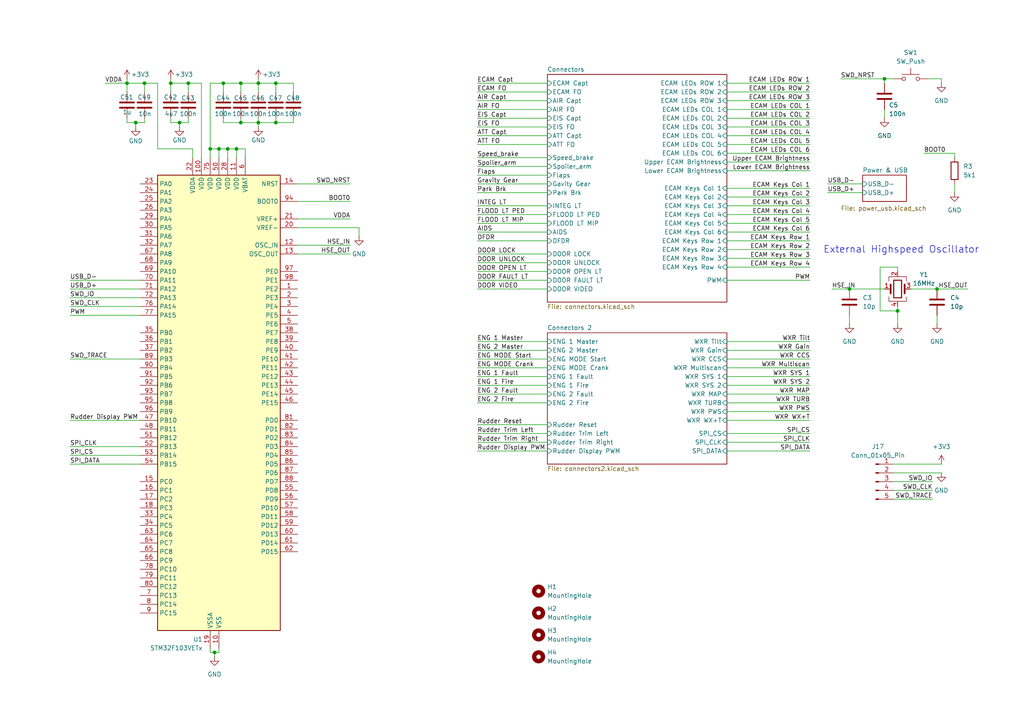
<source format=kicad_sch>
(kicad_sch (version 20231120) (generator "eeschema") (generator_version "8.0")
  (paper "A4")
  (lib_symbols
    (symbol "Connector:Conn_01x05_Pin" (pin_names (offset 1.016) hide)
      (property "Reference" "J" (at 0 7.62 0))
      (property "Value" "Conn_01x05_Pin" (at 0 -7.62 0))
      (symbol "Conn_01x05_Pin_1_1"
        (polyline (pts (xy 1.27 -5.08) (xy 0.8636 -5.08)) (stroke (width 0.1524)))
        (polyline (pts (xy 1.27 -2.54) (xy 0.8636 -2.54)) (stroke (width 0.1524)))
        (polyline (pts (xy 1.27 0) (xy 0.8636 0)) (stroke (width 0.1524)))
        (polyline (pts (xy 1.27 2.54) (xy 0.8636 2.54)) (stroke (width 0.1524)))
        (polyline (pts (xy 1.27 5.08) (xy 0.8636 5.08)) (stroke (width 0.1524)))
        (rectangle (start 0.8636 -4.953) (end 0 -5.207) (stroke (width 0.1524)) (fill (type outline)))
        (rectangle (start 0.8636 -2.413) (end 0 -2.667) (stroke (width 0.1524)) (fill (type outline)))
        (rectangle (start 0.8636 0.127) (end 0 -0.127) (stroke (width 0.1524)) (fill (type outline)))
        (rectangle (start 0.8636 2.667) (end 0 2.413) (stroke (width 0.1524)) (fill (type outline)))
        (rectangle (start 0.8636 5.207) (end 0 4.953) (stroke (width 0.1524)) (fill (type outline)))
        (pin passive line (at 5.08 5.08 180) (length 3.81) (name "Pin_1") (number "1"))
        (pin passive line (at 5.08 2.54 180) (length 3.81) (name "Pin_2") (number "2"))
        (pin passive line (at 5.08 0 180) (length 3.81) (name "Pin_3") (number "3"))
        (pin passive line (at 5.08 -2.54 180) (length 3.81) (name "Pin_4") (number "4"))
        (pin passive line (at 5.08 -5.08 180) (length 3.81) (name "Pin_5") (number "5"))
      )
    )
    (symbol "Device:C" (pin_numbers hide) (pin_names (offset 0.254))
      (property "Reference" "C" (at 0.635 2.54 0))
      (property "Value" "C" (at 0.635 -2.54 0))
      (symbol "C_0_1"
        (polyline (pts (xy -2.032 -0.762) (xy 2.032 -0.762)) (stroke (width 0.508)))
        (polyline (pts (xy -2.032 0.762) (xy 2.032 0.762)) (stroke (width 0.508)))
      )
      (symbol "C_1_1"
        (pin passive line (at 0 3.81 270) (length 2.794) (name "~") (number "1"))
        (pin passive line (at 0 -3.81 90) (length 2.794) (name "~") (number "2"))
      )
    )
    (symbol "Device:Crystal_GND24" (pin_names (offset 1.016) hide)
      (property "Reference" "Y" (at 3.175 5.08 0))
      (property "Value" "Crystal_GND24" (at 3.175 3.175 0))
      (symbol "Crystal_GND24_0_1"
        (rectangle (start -1.143 2.54) (end 1.143 -2.54) (stroke (width 0.3048)))
        (polyline (pts (xy -2.54 0) (xy -2.032 0)))
        (polyline (pts (xy -2.032 -1.27) (xy -2.032 1.27)) (stroke (width 0.508)))
        (polyline (pts (xy 0 -3.81) (xy 0 -3.556)))
        (polyline (pts (xy 0 3.556) (xy 0 3.81)))
        (polyline (pts (xy 2.032 -1.27) (xy 2.032 1.27)) (stroke (width 0.508)))
        (polyline (pts (xy 2.032 0) (xy 2.54 0)))
        (polyline (pts (xy -2.54 -2.286) (xy -2.54 -3.556) (xy 2.54 -3.556) (xy 2.54 -2.286)))
        (polyline (pts (xy -2.54 2.286) (xy -2.54 3.556) (xy 2.54 3.556) (xy 2.54 2.286)))
      )
      (symbol "Crystal_GND24_1_1"
        (pin passive line (at -3.81 0 0) (length 1.27) (name "1") (number "1"))
        (pin passive line (at 0 5.08 270) (length 1.27) (name "2") (number "2"))
        (pin passive line (at 3.81 0 180) (length 1.27) (name "3") (number "3"))
        (pin passive line (at 0 -5.08 90) (length 1.27) (name "4") (number "4"))
      )
    )
    (symbol "Device:R" (pin_numbers hide) (pin_names (offset 0))
      (property "Reference" "R" (at 2.032 0 90))
      (property "Value" "R" (at 0 0 90))
      (symbol "R_0_1"
        (rectangle (start -1.016 -2.54) (end 1.016 2.54) (stroke (width 0.254)))
      )
      (symbol "R_1_1"
        (pin passive line (at 0 3.81 270) (length 1.27) (name "~") (number "1"))
        (pin passive line (at 0 -3.81 90) (length 1.27) (name "~") (number "2"))
      )
    )
    (symbol "GND_1" (power) (pin_numbers hide) (pin_names (offset 0) hide)
      (property "Value" "GND" (at 0 -3.81 0))
      (symbol "GND_1_0_1"
        (polyline (pts (xy 0 0) (xy 0 -1.27) (xy 1.27 -1.27) (xy 0 -2.54) (xy -1.27 -1.27) (xy 0 -1.27)))
      )
      (symbol "GND_1_1_1"
        (pin power_in line (at 0 0 270) (length 0) (name "~") (number "1"))
      )
    )
    (symbol "GND_2" (power) (pin_numbers hide) (pin_names (offset 0) hide)
      (property "Value" "GND" (at 0 -3.81 0))
      (symbol "GND_2_0_1"
        (polyline (pts (xy 0 0) (xy 0 -1.27) (xy 1.27 -1.27) (xy 0 -2.54) (xy -1.27 -1.27) (xy 0 -1.27)))
      )
      (symbol "GND_2_1_1"
        (pin power_in line (at 0 0 270) (length 0) (name "~") (number "1"))
      )
    )
    (symbol "GND_4" (power) (pin_numbers hide) (pin_names (offset 0) hide)
      (property "Value" "GND" (at 0 -3.81 0))
      (symbol "GND_4_0_1"
        (polyline (pts (xy 0 0) (xy 0 -1.27) (xy 1.27 -1.27) (xy 0 -2.54) (xy -1.27 -1.27) (xy 0 -1.27)))
      )
      (symbol "GND_4_1_1"
        (pin power_in line (at 0 0 270) (length 0) (name "~") (number "1"))
      )
    )
    (symbol "MCU_ST_STM32F1:STM32F103VETx"
      (property "Reference" "U" (at -17.78 67.31 0))
      (property "Value" "STM32F103VETx" (at 10.16 67.31 0))
      (symbol "STM32F103VETx_0_1"
        (rectangle (start -17.78 -66.04) (end 17.78 66.04) (stroke (width 0.254)) (fill (type background)))
      )
      (symbol "STM32F103VETx_1_1"
        (pin bidirectional line (at -22.86 33.02 0) (length 5.08) (name "PE2") (number "1"))
        (pin power_in line (at 0 -71.12 90) (length 5.08) (name "VSS") (number "10"))
        (pin power_in line (at 5.08 71.12 270) (length 5.08) (name "VDD") (number "100"))
        (pin power_in line (at -5.08 71.12 270) (length 5.08) (name "VDD") (number "11"))
        (pin input line (at -22.86 45.72 0) (length 5.08) (name "OSC_IN") (number "12"))
        (pin input line (at -22.86 43.18 0) (length 5.08) (name "OSC_OUT") (number "13"))
        (pin input line (at -22.86 63.5 0) (length 5.08) (name "NRST") (number "14"))
        (pin bidirectional line (at 22.86 -22.86 180) (length 5.08) (name "PC0") (number "15"))
        (pin bidirectional line (at 22.86 -25.4 180) (length 5.08) (name "PC1") (number "16"))
        (pin bidirectional line (at 22.86 -27.94 180) (length 5.08) (name "PC2") (number "17"))
        (pin bidirectional line (at 22.86 -30.48 180) (length 5.08) (name "PC3") (number "18"))
        (pin power_in line (at 2.54 -71.12 90) (length 5.08) (name "VSSA") (number "19"))
        (pin bidirectional line (at -22.86 30.48 0) (length 5.08) (name "PE3") (number "2"))
        (pin input line (at -22.86 50.8 0) (length 5.08) (name "VREF-") (number "20"))
        (pin input line (at -22.86 53.34 0) (length 5.08) (name "VREF+") (number "21"))
        (pin power_in line (at 7.62 71.12 270) (length 5.08) (name "VDDA") (number "22"))
        (pin bidirectional line (at 22.86 63.5 180) (length 5.08) (name "PA0") (number "23"))
        (pin bidirectional line (at 22.86 60.96 180) (length 5.08) (name "PA1") (number "24"))
        (pin bidirectional line (at 22.86 58.42 180) (length 5.08) (name "PA2") (number "25"))
        (pin bidirectional line (at 22.86 55.88 180) (length 5.08) (name "PA3") (number "26"))
        (pin passive line (at 0 -71.12 90) (length 5.08) hide (name "VSS") (number "27"))
        (pin power_in line (at -2.54 71.12 270) (length 5.08) (name "VDD") (number "28"))
        (pin bidirectional line (at 22.86 53.34 180) (length 5.08) (name "PA4") (number "29"))
        (pin bidirectional line (at -22.86 27.94 0) (length 5.08) (name "PE4") (number "3"))
        (pin bidirectional line (at 22.86 50.8 180) (length 5.08) (name "PA5") (number "30"))
        (pin bidirectional line (at 22.86 48.26 180) (length 5.08) (name "PA6") (number "31"))
        (pin bidirectional line (at 22.86 45.72 180) (length 5.08) (name "PA7") (number "32"))
        (pin bidirectional line (at 22.86 -33.02 180) (length 5.08) (name "PC4") (number "33"))
        (pin bidirectional line (at 22.86 -35.56 180) (length 5.08) (name "PC5") (number "34"))
        (pin bidirectional line (at 22.86 20.32 180) (length 5.08) (name "PB0") (number "35"))
        (pin bidirectional line (at 22.86 17.78 180) (length 5.08) (name "PB1") (number "36"))
        (pin bidirectional line (at 22.86 15.24 180) (length 5.08) (name "PB2") (number "37"))
        (pin bidirectional line (at -22.86 20.32 0) (length 5.08) (name "PE7") (number "38"))
        (pin bidirectional line (at -22.86 17.78 0) (length 5.08) (name "PE8") (number "39"))
        (pin bidirectional line (at -22.86 25.4 0) (length 5.08) (name "PE5") (number "4"))
        (pin bidirectional line (at -22.86 15.24 0) (length 5.08) (name "PE9") (number "40"))
        (pin bidirectional line (at -22.86 12.7 0) (length 5.08) (name "PE10") (number "41"))
        (pin bidirectional line (at -22.86 10.16 0) (length 5.08) (name "PE11") (number "42"))
        (pin bidirectional line (at -22.86 7.62 0) (length 5.08) (name "PE12") (number "43"))
        (pin bidirectional line (at -22.86 5.08 0) (length 5.08) (name "PE13") (number "44"))
        (pin bidirectional line (at -22.86 2.54 0) (length 5.08) (name "PE14") (number "45"))
        (pin bidirectional line (at -22.86 0 0) (length 5.08) (name "PE15") (number "46"))
        (pin bidirectional line (at 22.86 -5.08 180) (length 5.08) (name "PB10") (number "47"))
        (pin bidirectional line (at 22.86 -7.62 180) (length 5.08) (name "PB11") (number "48"))
        (pin passive line (at 0 -71.12 90) (length 5.08) hide (name "VSS") (number "49"))
        (pin bidirectional line (at -22.86 22.86 0) (length 5.08) (name "PE6") (number "5"))
        (pin power_in line (at 0 71.12 270) (length 5.08) (name "VDD") (number "50"))
        (pin bidirectional line (at 22.86 -10.16 180) (length 5.08) (name "PB12") (number "51"))
        (pin bidirectional line (at 22.86 -12.7 180) (length 5.08) (name "PB13") (number "52"))
        (pin bidirectional line (at 22.86 -15.24 180) (length 5.08) (name "PB14") (number "53"))
        (pin bidirectional line (at 22.86 -17.78 180) (length 5.08) (name "PB15") (number "54"))
        (pin bidirectional line (at -22.86 -25.4 0) (length 5.08) (name "PD8") (number "55"))
        (pin bidirectional line (at -22.86 -27.94 0) (length 5.08) (name "PD9") (number "56"))
        (pin bidirectional line (at -22.86 -30.48 0) (length 5.08) (name "PD10") (number "57"))
        (pin bidirectional line (at -22.86 -33.02 0) (length 5.08) (name "PD11") (number "58"))
        (pin bidirectional line (at -22.86 -35.56 0) (length 5.08) (name "PD12") (number "59"))
        (pin power_in line (at -7.62 71.12 270) (length 5.08) (name "VBAT") (number "6"))
        (pin bidirectional line (at -22.86 -38.1 0) (length 5.08) (name "PD13") (number "60"))
        (pin bidirectional line (at -22.86 -40.64 0) (length 5.08) (name "PD14") (number "61"))
        (pin bidirectional line (at -22.86 -43.18 0) (length 5.08) (name "PD15") (number "62"))
        (pin bidirectional line (at 22.86 -38.1 180) (length 5.08) (name "PC6") (number "63"))
        (pin bidirectional line (at 22.86 -40.64 180) (length 5.08) (name "PC7") (number "64"))
        (pin bidirectional line (at 22.86 -43.18 180) (length 5.08) (name "PC8") (number "65"))
        (pin bidirectional line (at 22.86 -45.72 180) (length 5.08) (name "PC9") (number "66"))
        (pin bidirectional line (at 22.86 43.18 180) (length 5.08) (name "PA8") (number "67"))
        (pin bidirectional line (at 22.86 40.64 180) (length 5.08) (name "PA9") (number "68"))
        (pin bidirectional line (at 22.86 38.1 180) (length 5.08) (name "PA10") (number "69"))
        (pin bidirectional line (at 22.86 -55.88 180) (length 5.08) (name "PC13") (number "7"))
        (pin bidirectional line (at 22.86 35.56 180) (length 5.08) (name "PA11") (number "70"))
        (pin bidirectional line (at 22.86 33.02 180) (length 5.08) (name "PA12") (number "71"))
        (pin bidirectional line (at 22.86 30.48 180) (length 5.08) (name "PA13") (number "72"))
        (pin no_connect line (at -17.78 -66.04 0) (length 5.08) hide (name "NC") (number "73"))
        (pin passive line (at 0 -71.12 90) (length 5.08) hide (name "VSS") (number "74"))
        (pin power_in line (at 2.54 71.12 270) (length 5.08) (name "VDD") (number "75"))
        (pin bidirectional line (at 22.86 27.94 180) (length 5.08) (name "PA14") (number "76"))
        (pin bidirectional line (at 22.86 25.4 180) (length 5.08) (name "PA15") (number "77"))
        (pin bidirectional line (at 22.86 -48.26 180) (length 5.08) (name "PC10") (number "78"))
        (pin bidirectional line (at 22.86 -50.8 180) (length 5.08) (name "PC11") (number "79"))
        (pin bidirectional line (at 22.86 -58.42 180) (length 5.08) (name "PC14") (number "8"))
        (pin bidirectional line (at 22.86 -53.34 180) (length 5.08) (name "PC12") (number "80"))
        (pin bidirectional line (at -22.86 -5.08 0) (length 5.08) (name "PD0") (number "81"))
        (pin bidirectional line (at -22.86 -7.62 0) (length 5.08) (name "PD1") (number "82"))
        (pin bidirectional line (at -22.86 -10.16 0) (length 5.08) (name "PD2") (number "83"))
        (pin bidirectional line (at -22.86 -12.7 0) (length 5.08) (name "PD3") (number "84"))
        (pin bidirectional line (at -22.86 -15.24 0) (length 5.08) (name "PD4") (number "85"))
        (pin bidirectional line (at -22.86 -17.78 0) (length 5.08) (name "PD5") (number "86"))
        (pin bidirectional line (at -22.86 -20.32 0) (length 5.08) (name "PD6") (number "87"))
        (pin bidirectional line (at -22.86 -22.86 0) (length 5.08) (name "PD7") (number "88"))
        (pin bidirectional line (at 22.86 12.7 180) (length 5.08) (name "PB3") (number "89"))
        (pin bidirectional line (at 22.86 -60.96 180) (length 5.08) (name "PC15") (number "9"))
        (pin bidirectional line (at 22.86 10.16 180) (length 5.08) (name "PB4") (number "90"))
        (pin bidirectional line (at 22.86 7.62 180) (length 5.08) (name "PB5") (number "91"))
        (pin bidirectional line (at 22.86 5.08 180) (length 5.08) (name "PB6") (number "92"))
        (pin bidirectional line (at 22.86 2.54 180) (length 5.08) (name "PB7") (number "93"))
        (pin input line (at -22.86 58.42 0) (length 5.08) (name "BOOT0") (number "94"))
        (pin bidirectional line (at 22.86 0 180) (length 5.08) (name "PB8") (number "95"))
        (pin bidirectional line (at 22.86 -2.54 180) (length 5.08) (name "PB9") (number "96"))
        (pin bidirectional line (at -22.86 38.1 0) (length 5.08) (name "PE0") (number "97"))
        (pin bidirectional line (at -22.86 35.56 0) (length 5.08) (name "PE1") (number "98"))
        (pin passive line (at 0 -71.12 90) (length 5.08) hide (name "VSS") (number "99"))
      )
    )
    (symbol "Mechanical:MountingHole" (pin_names (offset 1.016))
      (property "Reference" "H" (at 0 5.08 0))
      (property "Value" "MountingHole" (at 0 3.175 0))
      (symbol "MountingHole_0_1"
        (circle (center 0 0) (radius 1.27) (stroke (width 1.27)))
      )
    )
    (symbol "Switch:SW_Push" (pin_numbers hide) (pin_names (offset 1.016) hide)
      (property "Reference" "SW" (at 1.27 2.54 0))
      (property "Value" "SW_Push" (at 0 -1.524 0))
      (symbol "SW_Push_0_1"
        (circle (center -2.032 0) (radius 0.508))
        (polyline (pts (xy 0 1.27) (xy 0 3.048)))
        (polyline (pts (xy 2.54 1.27) (xy -2.54 1.27)))
        (circle (center 2.032 0) (radius 0.508))
        (pin passive line (at -5.08 0 0) (length 2.54) (name "1") (number "1"))
        (pin passive line (at 5.08 0 180) (length 2.54) (name "2") (number "2"))
      )
    )
    (symbol "power:+3V3" (power) (pin_numbers hide) (pin_names (offset 0) hide)
      (property "Value" "+3V3" (at 0 3.556 0))
      (symbol "+3V3_0_1"
        (polyline (pts (xy -0.762 1.27) (xy 0 2.54)))
        (polyline (pts (xy 0 0) (xy 0 2.54)))
        (polyline (pts (xy 0 2.54) (xy 0.762 1.27)))
      )
      (symbol "+3V3_1_1"
        (pin power_in line (at 0 0 90) (length 0) (name "~") (number "1"))
      )
    )
    (symbol "power:GND" (power) (pin_numbers hide) (pin_names (offset 0) hide)
      (property "Value" "GND" (at 0 -3.81 0))
      (symbol "GND_0_1"
        (polyline (pts (xy 0 0) (xy 0 -1.27) (xy 1.27 -1.27) (xy 0 -2.54) (xy -1.27 -1.27) (xy 0 -1.27)))
      )
      (symbol "GND_1_1"
        (pin power_in line (at 0 0 270) (length 0) (name "~") (number "1"))
      )
    )
  )
  (junction (at 74.93 24.13))
  (junction (at 80.01 24.13))
  (junction (at 64.77 24.13))
  (junction (at 69.85 35.56))
  (junction (at 69.85 24.13))
  (junction (at 39.37 35.56))
  (junction (at 54.61 24.13))
  (junction (at 246.38 83.82))
  (junction (at 62.23 189.23))
  (junction (at 52.07 35.56))
  (junction (at 66.04 43.18))
  (junction (at 74.93 35.56))
  (junction (at 68.58 43.18))
  (junction (at 49.53 24.13))
  (junction (at 36.83 24.13))
  (junction (at 63.5 43.18))
  (junction (at 41.91 24.13))
  (junction (at 271.78 83.82))
  (junction (at 60.96 43.18))
  (junction (at 260.35 90.17))
  (junction (at 256.54 22.86))
  (junction (at 80.01 35.56))
  (wire (pts (xy 138.43 48.26) (xy 158.75 48.26)))
  (wire (pts (xy 138.43 101.6) (xy 158.75 101.6)))
  (wire (pts (xy 270.51 139.7) (xy 259.08 139.7)))
  (wire (pts (xy 80.01 24.13) (xy 85.09 24.13)))
  (wire (pts (xy 138.43 26.67) (xy 158.75 26.67)))
  (wire (pts (xy 138.43 109.22) (xy 158.75 109.22)))
  (wire (pts (xy 210.82 109.22) (xy 234.95 109.22)))
  (wire (pts (xy 243.84 22.86) (xy 256.54 22.86)))
  (wire (pts (xy 86.36 63.5) (xy 101.6 63.5)))
  (wire (pts (xy 260.35 88.9) (xy 260.35 90.17)))
  (wire (pts (xy 41.91 34.29) (xy 41.91 35.56)))
  (wire (pts (xy 138.43 29.21) (xy 158.75 29.21)))
  (wire (pts (xy 260.35 78.74) (xy 260.35 77.47)))
  (wire (pts (xy 20.32 83.82) (xy 40.64 83.82)))
  (wire (pts (xy 20.32 91.44) (xy 40.64 91.44)))
  (wire (pts (xy 267.97 44.45) (xy 276.86 44.45)))
  (wire (pts (xy 86.36 73.66) (xy 101.6 73.66)))
  (wire (pts (xy 60.96 45.72) (xy 60.96 43.18)))
  (wire (pts (xy 138.43 99.06) (xy 158.75 99.06)))
  (wire (pts (xy 210.82 72.39) (xy 234.95 72.39)))
  (wire (pts (xy 66.04 43.18) (xy 66.04 45.72)))
  (wire (pts (xy 71.12 45.72) (xy 71.12 43.18)))
  (wire (pts (xy 80.01 24.13) (xy 80.01 26.67)))
  (wire (pts (xy 138.43 41.91) (xy 158.75 41.91)))
  (wire (pts (xy 210.82 39.37) (xy 234.95 39.37)))
  (wire (pts (xy 138.43 78.74) (xy 158.75 78.74)))
  (wire (pts (xy 60.96 24.13) (xy 64.77 24.13)))
  (wire (pts (xy 256.54 22.86) (xy 259.08 22.86)))
  (wire (pts (xy 138.43 59.69) (xy 158.75 59.69)))
  (wire (pts (xy 85.09 24.13) (xy 85.09 26.67)))
  (wire (pts (xy 138.43 24.13) (xy 158.75 24.13)))
  (wire (pts (xy 210.82 81.28) (xy 234.95 81.28)))
  (wire (pts (xy 54.61 34.29) (xy 54.61 35.56)))
  (wire (pts (xy 210.82 41.91) (xy 234.95 41.91)))
  (wire (pts (xy 68.58 43.18) (xy 68.58 45.72)))
  (wire (pts (xy 210.82 99.06) (xy 234.95 99.06)))
  (wire (pts (xy 138.43 55.88) (xy 158.75 55.88)))
  (wire (pts (xy 74.93 24.13) (xy 80.01 24.13)))
  (wire (pts (xy 210.82 49.53) (xy 234.95 49.53)))
  (wire (pts (xy 20.32 104.14) (xy 40.64 104.14)))
  (wire (pts (xy 68.58 43.18) (xy 71.12 43.18)))
  (wire (pts (xy 60.96 187.96) (xy 60.96 189.23)))
  (wire (pts (xy 58.42 24.13) (xy 54.61 24.13)))
  (wire (pts (xy 138.43 123.19) (xy 158.75 123.19)))
  (wire (pts (xy 210.82 125.73) (xy 234.95 125.73)))
  (wire (pts (xy 273.05 24.13) (xy 273.05 22.86)))
  (wire (pts (xy 20.32 121.92) (xy 40.64 121.92)))
  (wire (pts (xy 138.43 62.23) (xy 158.75 62.23)))
  (wire (pts (xy 210.82 44.45) (xy 234.95 44.45)))
  (wire (pts (xy 264.16 83.82) (xy 271.78 83.82)))
  (wire (pts (xy 210.82 106.68) (xy 234.95 106.68)))
  (wire (pts (xy 49.53 35.56) (xy 49.53 34.29)))
  (wire (pts (xy 138.43 34.29) (xy 158.75 34.29)))
  (wire (pts (xy 259.08 137.16) (xy 273.05 137.16)))
  (wire (pts (xy 210.82 54.61) (xy 234.95 54.61)))
  (wire (pts (xy 36.83 22.86) (xy 36.83 24.13)))
  (wire (pts (xy 255.27 90.17) (xy 260.35 90.17)))
  (wire (pts (xy 210.82 101.6) (xy 234.95 101.6)))
  (wire (pts (xy 60.96 43.18) (xy 60.96 24.13)))
  (wire (pts (xy 69.85 24.13) (xy 74.93 24.13)))
  (wire (pts (xy 210.82 128.27) (xy 234.95 128.27)))
  (wire (pts (xy 86.36 71.12) (xy 101.6 71.12)))
  (wire (pts (xy 74.93 35.56) (xy 74.93 36.83)))
  (wire (pts (xy 210.82 74.93) (xy 234.95 74.93)))
  (wire (pts (xy 240.03 53.34) (xy 250.19 53.34)))
  (wire (pts (xy 210.82 29.21) (xy 234.95 29.21)))
  (wire (pts (xy 210.82 116.84) (xy 234.95 116.84)))
  (wire (pts (xy 138.43 116.84) (xy 158.75 116.84)))
  (wire (pts (xy 60.96 43.18) (xy 63.5 43.18)))
  (wire (pts (xy 49.53 24.13) (xy 49.53 26.67)))
  (wire (pts (xy 138.43 50.8) (xy 158.75 50.8)))
  (wire (pts (xy 138.43 64.77) (xy 158.75 64.77)))
  (wire (pts (xy 104.14 66.04) (xy 86.36 66.04)))
  (wire (pts (xy 138.43 31.75) (xy 158.75 31.75)))
  (wire (pts (xy 256.54 22.86) (xy 256.54 24.13)))
  (wire (pts (xy 62.23 189.23) (xy 63.5 189.23)))
  (wire (pts (xy 64.77 35.56) (xy 69.85 35.56)))
  (wire (pts (xy 210.82 67.31) (xy 234.95 67.31)))
  (wire (pts (xy 74.93 34.29) (xy 74.93 35.56)))
  (wire (pts (xy 246.38 91.44) (xy 246.38 93.98)))
  (wire (pts (xy 276.86 44.45) (xy 276.86 45.72)))
  (wire (pts (xy 138.43 128.27) (xy 158.75 128.27)))
  (wire (pts (xy 80.01 35.56) (xy 85.09 35.56)))
  (wire (pts (xy 54.61 24.13) (xy 54.61 26.67)))
  (wire (pts (xy 85.09 35.56) (xy 85.09 34.29)))
  (wire (pts (xy 30.48 24.13) (xy 36.83 24.13)))
  (wire (pts (xy 60.96 189.23) (xy 62.23 189.23)))
  (wire (pts (xy 276.86 53.34) (xy 276.86 55.88)))
  (wire (pts (xy 69.85 34.29) (xy 69.85 35.56)))
  (wire (pts (xy 138.43 130.81) (xy 158.75 130.81)))
  (wire (pts (xy 138.43 81.28) (xy 158.75 81.28)))
  (wire (pts (xy 255.27 77.47) (xy 255.27 90.17)))
  (wire (pts (xy 62.23 189.23) (xy 62.23 190.5)))
  (wire (pts (xy 20.32 134.62) (xy 40.64 134.62)))
  (wire (pts (xy 210.82 59.69) (xy 234.95 59.69)))
  (wire (pts (xy 256.54 31.75) (xy 256.54 34.29)))
  (wire (pts (xy 270.51 142.24) (xy 259.08 142.24)))
  (wire (pts (xy 210.82 57.15) (xy 234.95 57.15)))
  (wire (pts (xy 86.36 58.42) (xy 101.6 58.42)))
  (wire (pts (xy 63.5 43.18) (xy 66.04 43.18)))
  (wire (pts (xy 260.35 90.17) (xy 260.35 93.98)))
  (wire (pts (xy 210.82 46.99) (xy 234.95 46.99)))
  (wire (pts (xy 36.83 34.29) (xy 36.83 35.56)))
  (wire (pts (xy 246.38 83.82) (xy 256.54 83.82)))
  (wire (pts (xy 241.3 83.82) (xy 246.38 83.82)))
  (wire (pts (xy 74.93 22.86) (xy 74.93 24.13)))
  (wire (pts (xy 52.07 35.56) (xy 49.53 35.56)))
  (wire (pts (xy 138.43 104.14) (xy 158.75 104.14)))
  (wire (pts (xy 138.43 69.85) (xy 158.75 69.85)))
  (wire (pts (xy 20.32 81.28) (xy 40.64 81.28)))
  (wire (pts (xy 20.32 132.08) (xy 40.64 132.08)))
  (wire (pts (xy 273.05 22.86) (xy 269.24 22.86)))
  (wire (pts (xy 138.43 36.83) (xy 158.75 36.83)))
  (wire (pts (xy 138.43 67.31) (xy 158.75 67.31)))
  (wire (pts (xy 260.35 77.47) (xy 255.27 77.47)))
  (wire (pts (xy 210.82 64.77) (xy 234.95 64.77)))
  (wire (pts (xy 39.37 35.56) (xy 39.37 36.83)))
  (wire (pts (xy 64.77 34.29) (xy 64.77 35.56)))
  (wire (pts (xy 210.82 34.29) (xy 234.95 34.29)))
  (wire (pts (xy 138.43 76.2) (xy 158.75 76.2)))
  (wire (pts (xy 138.43 83.82) (xy 158.75 83.82)))
  (wire (pts (xy 271.78 91.44) (xy 271.78 93.98)))
  (wire (pts (xy 271.78 83.82) (xy 280.67 83.82)))
  (wire (pts (xy 52.07 35.56) (xy 52.07 36.83)))
  (wire (pts (xy 210.82 111.76) (xy 234.95 111.76)))
  (wire (pts (xy 210.82 31.75) (xy 234.95 31.75)))
  (wire (pts (xy 74.93 24.13) (xy 74.93 26.67)))
  (wire (pts (xy 210.82 119.38) (xy 234.95 119.38)))
  (wire (pts (xy 210.82 36.83) (xy 234.95 36.83)))
  (wire (pts (xy 138.43 73.66) (xy 158.75 73.66)))
  (wire (pts (xy 41.91 24.13) (xy 36.83 24.13)))
  (wire (pts (xy 240.03 55.88) (xy 250.19 55.88)))
  (wire (pts (xy 104.14 66.04) (xy 104.14 68.58)))
  (wire (pts (xy 80.01 34.29) (xy 80.01 35.56)))
  (wire (pts (xy 210.82 24.13) (xy 234.95 24.13)))
  (wire (pts (xy 49.53 22.86) (xy 49.53 24.13)))
  (wire (pts (xy 41.91 24.13) (xy 41.91 26.67)))
  (wire (pts (xy 55.88 45.72) (xy 55.88 43.18)))
  (wire (pts (xy 66.04 43.18) (xy 68.58 43.18)))
  (wire (pts (xy 138.43 114.3) (xy 158.75 114.3)))
  (wire (pts (xy 55.88 43.18) (xy 45.72 43.18)))
  (wire (pts (xy 20.32 86.36) (xy 40.64 86.36)))
  (wire (pts (xy 210.82 130.81) (xy 234.95 130.81)))
  (wire (pts (xy 138.43 111.76) (xy 158.75 111.76)))
  (wire (pts (xy 54.61 24.13) (xy 49.53 24.13)))
  (wire (pts (xy 74.93 35.56) (xy 80.01 35.56)))
  (wire (pts (xy 138.43 53.34) (xy 158.75 53.34)))
  (wire (pts (xy 45.72 24.13) (xy 41.91 24.13)))
  (wire (pts (xy 63.5 187.96) (xy 63.5 189.23)))
  (wire (pts (xy 20.32 129.54) (xy 40.64 129.54)))
  (wire (pts (xy 64.77 24.13) (xy 69.85 24.13)))
  (wire (pts (xy 210.82 77.47) (xy 234.95 77.47)))
  (wire (pts (xy 270.51 144.78) (xy 259.08 144.78)))
  (wire (pts (xy 210.82 69.85) (xy 234.95 69.85)))
  (wire (pts (xy 58.42 24.13) (xy 58.42 45.72)))
  (wire (pts (xy 210.82 121.92) (xy 234.95 121.92)))
  (wire (pts (xy 210.82 62.23) (xy 234.95 62.23)))
  (wire (pts (xy 41.91 35.56) (xy 39.37 35.56)))
  (wire (pts (xy 138.43 45.72) (xy 158.75 45.72)))
  (wire (pts (xy 54.61 35.56) (xy 52.07 35.56)))
  (wire (pts (xy 210.82 114.3) (xy 234.95 114.3)))
  (wire (pts (xy 36.83 35.56) (xy 39.37 35.56)))
  (wire (pts (xy 210.82 26.67) (xy 234.95 26.67)))
  (wire (pts (xy 138.43 125.73) (xy 158.75 125.73)))
  (wire (pts (xy 45.72 43.18) (xy 45.72 24.13)))
  (wire (pts (xy 138.43 106.68) (xy 158.75 106.68)))
  (wire (pts (xy 63.5 43.18) (xy 63.5 45.72)))
  (wire (pts (xy 86.36 53.34) (xy 101.6 53.34)))
  (wire (pts (xy 64.77 24.13) (xy 64.77 26.67)))
  (wire (pts (xy 69.85 24.13) (xy 69.85 26.67)))
  (wire (pts (xy 20.32 88.9) (xy 40.64 88.9)))
  (wire (pts (xy 259.08 134.62) (xy 273.05 134.62)))
  (wire (pts (xy 69.85 35.56) (xy 74.93 35.56)))
  (wire (pts (xy 138.43 39.37) (xy 158.75 39.37)))
  (wire (pts (xy 36.83 24.13) (xy 36.83 26.67)))
  (wire (pts (xy 210.82 104.14) (xy 234.95 104.14)))
  (text "External Highspeed Oscillator" (at 238.76 73.66 0) (effects (font (size 2 2)) (justify left bottom)))
  (label "HSE_IN" (at 241.3 83.82 0))
  (label "Rudder Display PWM" (at 138.43 130.81 0))
  (label "SPI_CS" (at 20.32 132.08 0))
  (label "ECAM Keys Col 2" (at 234.95 57.15 180))
  (label "SPI_DATA" (at 234.95 130.81 180))
  (label "EIS FO" (at 138.43 36.83 0))
  (label "PWM" (at 20.32 91.44 0))
  (label "ECAM LEDs ROW 2" (at 234.95 26.67 180))
  (label "ENG 2 Master" (at 138.43 101.6 0))
  (label "ECAM Keys Row 1" (at 234.95 69.85 180))
  (label "ENG MODE Start" (at 138.43 104.14 0))
  (label "WXR PWS" (at 234.95 119.38 180))
  (label "USB_D-" (at 240.03 53.34 0))
  (label "EIS Capt" (at 138.43 34.29 0))
  (label "ECAM LEDs COL 4" (at 234.95 39.37 180))
  (label "DOOR OPEN LT" (at 138.43 78.74 0))
  (label "BOOT0" (at 267.97 44.45 0))
  (label "WXR CCS" (at 234.95 104.14 180))
  (label "SPI_CLK" (at 234.95 128.27 180))
  (label "ENG 2 Fire" (at 138.43 116.84 0))
  (label "USB_D+" (at 240.03 55.88 0))
  (label "ENG 1 Master" (at 138.43 99.06 0))
  (label "HSE_IN" (at 101.6 71.12 180))
  (label "Rudder Reset" (at 138.43 123.19 0))
  (label "ECAM Capt" (at 138.43 24.13 0))
  (label "ATT Capt" (at 138.43 39.37 0))
  (label "ENG MODE Crank" (at 138.43 106.68 0))
  (label "FLOOD LT MIP" (at 138.43 64.77 0))
  (label "ATT FO" (at 138.43 41.91 0))
  (label "SWD_TRACE" (at 20.32 104.14 0))
  (label "Speed_brake" (at 138.43 45.72 0))
  (label "WXR Multiscan" (at 234.95 106.68 180))
  (label "ECAM Keys Row 2" (at 234.95 72.39 180))
  (label "ENG 2 Fault" (at 138.43 114.3 0))
  (label "VDDA" (at 30.48 24.13 0))
  (label "Upper ECAM Brightness" (at 234.95 46.99 180))
  (label "SPI_DATA" (at 20.32 134.62 0))
  (label "HSE_OUT" (at 101.6 73.66 180))
  (label "PWM" (at 234.95 81.28 180))
  (label "ECAM FO" (at 138.43 26.67 0))
  (label "ECAM LEDs COL 1" (at 234.95 31.75 180))
  (label "AIDS" (at 138.43 67.31 0))
  (label "SPI_CS" (at 234.95 125.73 180))
  (label "Flaps" (at 138.43 50.8 0))
  (label "ENG 1 Fault" (at 138.43 109.22 0))
  (label "ECAM LEDs ROW 3" (at 234.95 29.21 180))
  (label "ECAM LEDs COL 5" (at 234.95 41.91 180))
  (label "BOOT0" (at 101.6 58.42 180))
  (label "SWD_CLK" (at 20.32 88.9 0))
  (label "Gravity Gear" (at 138.43 53.34 0))
  (label "ECAM LEDs COL 2" (at 234.95 34.29 180))
  (label "ECAM Keys Col 6" (at 234.95 67.31 180))
  (label "ECAM LEDs ROW 1" (at 234.95 24.13 180))
  (label "ECAM Keys Col 5" (at 234.95 64.77 180))
  (label "DFDR" (at 138.43 69.85 0))
  (label "INTEG LT" (at 138.43 59.69 0))
  (label "ENG 1 Fire" (at 138.43 111.76 0))
  (label "WXR SYS 1" (at 234.95 109.22 180))
  (label "ECAM LEDs COL 6" (at 234.95 44.45 180))
  (label "Rudder Trim Left" (at 138.43 125.73 0))
  (label "WXR Gain" (at 234.95 101.6 180))
  (label "SWD_CLK" (at 270.51 142.24 180))
  (label "FLOOD LT PED" (at 138.43 62.23 0))
  (label "DOOR VIDEO" (at 138.43 83.82 0))
  (label "ECAM Keys Row 4" (at 234.95 77.47 180))
  (label "SPI_CLK" (at 20.32 129.54 0))
  (label "Rudder Display PWM" (at 20.32 121.92 0))
  (label "SWD_NRST" (at 243.84 22.86 0))
  (label "WXR MAP" (at 234.95 114.3 180))
  (label "USB_D-" (at 20.32 81.28 0))
  (label "Rudder Trim Right" (at 138.43 128.27 0))
  (label "WXR TURB" (at 234.95 116.84 180))
  (label "DOOR FAULT LT" (at 138.43 81.28 0))
  (label "USB_D+" (at 20.32 83.82 0))
  (label "SWD_IO" (at 270.51 139.7 180))
  (label "ECAM Keys Col 3" (at 234.95 59.69 180))
  (label "HSE_OUT" (at 280.67 83.82 180))
  (label "WXR WX+T" (at 234.95 121.92 180))
  (label "SWD_TRACE" (at 270.51 144.78 180))
  (label "DOOR LOCK" (at 138.43 73.66 0))
  (label "DOOR UNLOCK" (at 138.43 76.2 0))
  (label "Park Brk" (at 138.43 55.88 0))
  (label "ECAM Keys Col 1" (at 234.95 54.61 180))
  (label "ECAM LEDs COL 3" (at 234.95 36.83 180))
  (label "WXR SYS 2" (at 234.95 111.76 180))
  (label "WXR Tilt" (at 234.95 99.06 180))
  (label "ECAM Keys Row 3" (at 234.95 74.93 180))
  (label "SWD_NRST" (at 101.6 53.34 180))
  (label "Lower ECAM Brightness" (at 234.95 49.53 180))
  (label "ECAM Keys Col 4" (at 234.95 62.23 180))
  (label "AIR Capt" (at 138.43 29.21 0))
  (label "Spoiler_arm" (at 138.43 48.26 0))
  (label "SWD_IO" (at 20.32 86.36 0))
  (label "VDDA" (at 101.6 63.5 180))
  (label "AIR FO" (at 138.43 31.75 0))
  (symbol (lib_id "Mechanical:MountingHole") (at 156.21 184.15 0) (unit 1) (in_bom no)
    (property "Reference" "H3" (at 158.75 182.88 0) (effects (justify left)))
    (property "Value" "MountingHole" (at 158.75 185.42 0) (effects (justify left)))
    (property "Footprint" "MountingHole:MountingHole_2.2mm_M2" (effects (hide yes)))
  )
  (symbol (lib_id "MCU_ST_STM32F1:STM32F103VETx") (at 63.5 116.84 0) (mirror y) (unit 1)
    (property "Reference" "U1" (at 58.7659 185.42 0) (effects (justify left)))
    (property "Value" "STM32F103VETx" (at 58.7659 187.96 0) (effects (justify left)))
    (property "Footprint" "Package_QFP:LQFP-100_14x14mm_P0.5mm" (effects (hide yes)))
    (property "Datasheet" "https://www.st.com/resource/en/datasheet/stm32f103ve.pdf" (effects (hide yes)))
  )
  (symbol (lib_id "Device:R") (at 276.86 49.53 180) (unit 1)
    (property "Reference" "R3" (at 279.4 48.26 0) (effects (justify right)))
    (property "Value" "5k1" (at 279.4 50.8 0) (effects (justify right)))
    (property "Footprint" "Resistor_SMD:R_0603_1608Metric" (effects (hide yes)))
    (property "Datasheet" "https://www.lcsc.com/datasheet/lcsc_datasheet_2206010116_UNI-ROYAL-Uniroyal-Elec-0603WAF5101T5E_C23186.pdf" (effects (hide yes)))
    (property "JLCPCB Part" "C23186" (effects (hide yes)))
    (property "Manufracturer" "UNI-ROYAL(Uniroyal Elec)" (effects (hide yes)))
    (property "Manufracturer Part Number" "0603WAF5101T5E" (effects (hide yes)))
  )
  (symbol (lib_id "Device:Crystal_GND24") (at 260.35 83.82 0) (unit 1)
    (property "Reference" "Y1" (at 267.97 79.6291 0))
    (property "Value" "16MHz" (at 267.97 82.1691 0))
    (property "Footprint" "Crystal:Crystal_SMD_2016-4Pin_2.0x1.6mm" (effects (hide yes)))
    (property "Datasheet" "https://datasheet.lcsc.com/lcsc/2201241630_YXC-XL7EL89CLI-111YLC-16M_C2965578.pdf" (effects (hide yes)))
    (property "JLCPCB Part" "C2965578" (effects (hide yes)))
    (property "Manufracturer" "YXC" (effects (hide yes)))
    (property "Manufracturer Part Number" "XL7EL89CLI-111YLC-16M" (effects (hide yes)))
  )
  (symbol (lib_id "power:GND") (at 276.86 55.88 0) (unit 1)
    (property "Reference" "#PWR014" (effects (hide yes)))
    (property "Value" "GND" (at 276.86 60.96 0))
    (property "Description" "Power symbol creates a global label with name \"GND\" , ground" (effects (hide yes)))
  )
  (symbol (lib_id "Device:C") (at 69.85 30.48 0) (unit 1)
    (property "Reference" "C45" (at 67.818 28.448 0) (effects (justify left)))
    (property "Value" "100n" (at 67.31 33.02 0) (effects (justify left)))
    (property "Footprint" "Capacitor_SMD:C_0603_1608Metric" (effects (hide yes)))
    (property "Datasheet" "https://www.lcsc.com/datasheet/lcsc_datasheet_2211101700_YAGEO-CC0603KRX7R9BB104_C14663.pdf" (effects (hide yes)))
    (property "Manufracturer" "YAGEO" (effects (hide yes)))
    (property "Manufracturer Part Number" "CC0603KRX7R9BB104" (effects (hide yes)))
    (property "JLCPCB Part" "C14663" (effects (hide yes)))
  )
  (symbol (lib_id "Device:C") (at 74.93 30.48 0) (unit 1)
    (property "Reference" "C46" (at 72.898 28.448 0) (effects (justify left)))
    (property "Value" "100n" (at 72.39 33.02 0) (effects (justify left)))
    (property "Footprint" "Capacitor_SMD:C_0603_1608Metric" (effects (hide yes)))
    (property "Datasheet" "https://www.lcsc.com/datasheet/lcsc_datasheet_2211101700_YAGEO-CC0603KRX7R9BB104_C14663.pdf" (effects (hide yes)))
    (property "Manufracturer" "YAGEO" (effects (hide yes)))
    (property "Manufracturer Part Number" "CC0603KRX7R9BB104" (effects (hide yes)))
    (property "JLCPCB Part" "C14663" (effects (hide yes)))
  )
  (symbol (lib_id "power:+3V3") (at 36.83 22.86 0) (unit 1)
    (property "Reference" "#PWR080" (effects (hide yes)))
    (property "Value" "+3V3" (at 40.64 21.59 0))
    (property "Description" "Power symbol creates a global label with name \"+3V3\"" (effects (hide yes)))
  )
  (symbol (lib_name "GND_2") (lib_id "power:GND") (at 74.93 36.83 0) (unit 1)
    (property "Reference" "#PWR083" (effects (hide yes)))
    (property "Value" "GND" (at 74.93 40.64 0))
    (property "Description" "Power symbol creates a global label with name \"GND\" , ground" (effects (hide yes)))
  )
  (symbol (lib_name "GND_2") (lib_id "power:GND") (at 104.14 68.58 0) (unit 1)
    (property "Reference" "#PWR077" (effects (hide yes)))
    (property "Value" "GND" (at 104.14 73.66 0))
    (property "Description" "Power symbol creates a global label with name \"GND\" , ground" (effects (hide yes)))
  )
  (symbol (lib_id "power:GND") (at 62.23 190.5 0) (unit 1)
    (property "Reference" "#PWR01" (effects (hide yes)))
    (property "Value" "GND" (at 62.23 195.58 0))
    (property "Description" "Power symbol creates a global label with name \"GND\" , ground" (effects (hide yes)))
  )
  (symbol (lib_id "Device:C") (at 41.91 30.48 0) (unit 1)
    (property "Reference" "C49" (at 39.878 28.194 0) (effects (justify left)))
    (property "Value" "10n" (at 40.132 33.02 0) (effects (justify left)))
    (property "Footprint" "Capacitor_SMD:C_0603_1608Metric" (effects (hide yes)))
    (property "Datasheet" "https://www.lcsc.com/datasheet/lcsc_datasheet_2304140030_YAGEO-CC0603KRX7R9BB103_C100042.pdf" (effects (hide yes)))
    (property "Description" "Unpolarized capacitor" (effects (hide yes)))
    (property "JLCPCB Part" "C100042" (effects (hide yes)))
    (property "Manufracturer" "YAGEO" (effects (hide yes)))
    (property "Manufracturer Part Number" "CC0603KRX7R9BB103" (effects (hide yes)))
  )
  (symbol (lib_name "GND_1") (lib_id "power:GND") (at 271.78 93.98 0) (unit 1)
    (property "Reference" "#PWR013" (effects (hide yes)))
    (property "Value" "GND" (at 271.78 99.06 0))
    (property "Description" "Power symbol creates a global label with name \"GND\" , ground" (effects (hide yes)))
  )
  (symbol (lib_id "power:+3V3") (at 273.05 134.62 0) (unit 1)
    (property "Reference" "#PWR085" (effects (hide yes)))
    (property "Value" "+3V3" (at 273.05 129.54 0))
    (property "Description" "Power symbol creates a global label with name \"+3V3\"" (effects (hide yes)))
  )
  (symbol (lib_id "Mechanical:MountingHole") (at 156.21 171.45 0) (unit 1) (in_bom no)
    (property "Reference" "H1" (at 158.75 170.18 0) (effects (justify left)))
    (property "Value" "MountingHole" (at 158.75 172.72 0) (effects (justify left)))
    (property "Footprint" "MountingHole:MountingHole_2.2mm_M2" (effects (hide yes)))
  )
  (symbol (lib_name "GND_2") (lib_id "power:GND") (at 246.38 93.98 0) (unit 1)
    (property "Reference" "#PWR011" (effects (hide yes)))
    (property "Value" "GND" (at 246.38 99.06 0))
    (property "Description" "Power symbol creates a global label with name \"GND\" , ground" (effects (hide yes)))
  )
  (symbol (lib_id "Device:C") (at 64.77 30.48 0) (unit 1)
    (property "Reference" "C44" (at 62.738 28.448 0) (effects (justify left)))
    (property "Value" "100n" (at 62.23 33.02 0) (effects (justify left)))
    (property "Footprint" "Capacitor_SMD:C_0603_1608Metric" (effects (hide yes)))
    (property "Datasheet" "https://www.lcsc.com/datasheet/lcsc_datasheet_2211101700_YAGEO-CC0603KRX7R9BB104_C14663.pdf" (effects (hide yes)))
    (property "Manufracturer" "YAGEO" (effects (hide yes)))
    (property "Manufracturer Part Number" "CC0603KRX7R9BB104" (effects (hide yes)))
    (property "JLCPCB Part" "C14663" (effects (hide yes)))
  )
  (symbol (lib_id "power:GND") (at 256.54 34.29 0) (unit 1)
    (property "Reference" "#PWR017" (effects (hide yes)))
    (property "Value" "GND" (at 256.54 39.37 0))
    (property "Description" "Power symbol creates a global label with name \"GND\" , ground" (effects (hide yes)))
  )
  (symbol (lib_id "Device:C") (at 271.78 87.63 0) (unit 1)
    (property "Reference" "C4" (at 275.59 86.36 0) (effects (justify left)))
    (property "Value" "10p" (at 275.59 88.9 0) (effects (justify left)))
    (property "Footprint" "Capacitor_SMD:C_0603_1608Metric" (effects (hide yes)))
    (property "Datasheet" "https://www.lcsc.com/datasheet/lcsc_datasheet_2304140030_YAGEO-CC0603JRNPO9BN100_C106245.pdf" (effects (hide yes)))
    (property "JLCPCB Part" "C106245" (effects (hide yes)))
    (property "Manufracturer" "YAGEO" (effects (hide yes)))
    (property "Manufracturer Part Number" "CC0603JRNPO9BN100" (effects (hide yes)))
  )
  (symbol (lib_name "GND_2") (lib_id "power:GND") (at 39.37 36.83 0) (unit 1)
    (property "Reference" "#PWR078" (effects (hide yes)))
    (property "Value" "GND" (at 39.37 40.894 0))
    (property "Description" "Power symbol creates a global label with name \"GND\" , ground" (effects (hide yes)))
  )
  (symbol (lib_id "Device:C") (at 36.83 30.48 0) (unit 1)
    (property "Reference" "C51" (at 34.798 28.194 0) (effects (justify left)))
    (property "Value" "1u" (at 35.56 32.512 0) (effects (justify left)))
    (property "Footprint" "Capacitor_SMD:C_0603_1608Metric" (effects (hide yes)))
    (property "Datasheet" "https://www.lcsc.com/datasheet/lcsc_datasheet_1811071607_YAGEO-CC0603KRX5R8BB105_C14664.pdf" (effects (hide yes)))
    (property "Description" "Unpolarized capacitor" (effects (hide yes)))
    (property "JLCPCB Part" "C14664" (effects (hide yes)))
    (property "Manufracturer" "YAGEO" (effects (hide yes)))
    (property "Manufracturer Part Number" "CC0603KRX5R8BB105" (effects (hide yes)))
  )
  (symbol (lib_id "Device:C") (at 85.09 30.48 0) (unit 1)
    (property "Reference" "C48" (at 83.058 28.448 0) (effects (justify left)))
    (property "Value" "100n" (at 82.55 33.02 0) (effects (justify left)))
    (property "Footprint" "Capacitor_SMD:C_0603_1608Metric" (effects (hide yes)))
    (property "Datasheet" "https://www.lcsc.com/datasheet/lcsc_datasheet_2211101700_YAGEO-CC0603KRX7R9BB104_C14663.pdf" (effects (hide yes)))
    (property "Manufracturer" "YAGEO" (effects (hide yes)))
    (property "Manufracturer Part Number" "CC0603KRX7R9BB104" (effects (hide yes)))
    (property "JLCPCB Part" "C14663" (effects (hide yes)))
  )
  (symbol (lib_id "Mechanical:MountingHole") (at 156.21 190.5 0) (unit 1) (in_bom no)
    (property "Reference" "H4" (at 158.75 189.23 0) (effects (justify left)))
    (property "Value" "MountingHole" (at 158.75 191.77 0) (effects (justify left)))
    (property "Footprint" "MountingHole:MountingHole_2.2mm_M2" (effects (hide yes)))
  )
  (symbol (lib_id "Mechanical:MountingHole") (at 156.21 177.8 0) (unit 1) (in_bom no)
    (property "Reference" "H2" (at 158.75 176.53 0) (effects (justify left)))
    (property "Value" "MountingHole" (at 158.75 179.07 0) (effects (justify left)))
    (property "Footprint" "MountingHole:MountingHole_2.2mm_M2" (effects (hide yes)))
  )
  (symbol (lib_id "Device:C") (at 49.53 30.48 0) (unit 1)
    (property "Reference" "C42" (at 47.498 28.194 0) (effects (justify left)))
    (property "Value" "4u7" (at 47.752 33.02 0) (effects (justify left)))
    (property "Footprint" "Capacitor_SMD:C_0805_2012Metric" (effects (hide yes)))
    (property "Datasheet" "https://datasheet.lcsc.com/lcsc/2304140030_Samsung-Electro-Mechanics-CL21A475KAQNNNE_C1779.pdf" (effects (hide yes)))
    (property "Manufracturer" "Samsung Electro-Mechanics" (effects (hide yes)))
    (property "Manufracturer Part Number" "CL21A475KAQNNNE" (effects (hide yes)))
    (property "JLCPCB Part" "C1779" (effects (hide yes)))
  )
  (symbol (lib_id "Device:C") (at 54.61 30.48 0) (unit 1)
    (property "Reference" "C43" (at 52.578 28.448 0) (effects (justify left)))
    (property "Value" "100n" (at 52.07 33.02 0) (effects (justify left)))
    (property "Footprint" "Capacitor_SMD:C_0603_1608Metric" (effects (hide yes)))
    (property "Datasheet" "https://www.lcsc.com/datasheet/lcsc_datasheet_2211101700_YAGEO-CC0603KRX7R9BB104_C14663.pdf" (effects (hide yes)))
    (property "Manufracturer" "YAGEO" (effects (hide yes)))
    (property "Manufracturer Part Number" "CC0603KRX7R9BB104" (effects (hide yes)))
    (property "JLCPCB Part" "C14663" (effects (hide yes)))
  )
  (symbol (lib_id "power:GND") (at 273.05 24.13 0) (unit 1)
    (property "Reference" "#PWR018" (effects (hide yes)))
    (property "Value" "GND" (at 273.05 29.21 0))
    (property "Description" "Power symbol creates a global label with name \"GND\" , ground" (effects (hide yes)))
  )
  (symbol (lib_id "Device:C") (at 256.54 27.94 0) (unit 1)
    (property "Reference" "C5" (at 257.81 30.48 0) (effects (justify left)))
    (property "Value" "100n" (at 257.81 33.02 0) (effects (justify left)))
    (property "Footprint" "Capacitor_SMD:C_0603_1608Metric" (effects (hide yes)))
    (property "Datasheet" "https://www.lcsc.com/datasheet/lcsc_datasheet_2211101700_YAGEO-CC0603KRX7R9BB104_C14663.pdf" (effects (hide yes)))
    (property "Manufracturer" "YAGEO" (effects (hide yes)))
    (property "Manufracturer Part Number" "CC0603KRX7R9BB104" (effects (hide yes)))
    (property "JLCPCB Part" "C14663" (effects (hide yes)))
  )
  (symbol (lib_id "power:+3V3") (at 74.93 22.86 0) (unit 1)
    (property "Reference" "#PWR084" (effects (hide yes)))
    (property "Value" "+3V3" (at 78.74 21.59 0))
    (property "Description" "Power symbol creates a global label with name \"+3V3\"" (effects (hide yes)))
  )
  (symbol (lib_id "power:GND") (at 273.05 137.16 0) (unit 1)
    (property "Reference" "#PWR086" (effects (hide yes)))
    (property "Value" "GND" (at 273.05 142.24 0))
    (property "Description" "Power symbol creates a global label with name \"GND\" , ground" (effects (hide yes)))
  )
  (symbol (lib_name "GND_2") (lib_id "power:GND") (at 52.07 36.83 0) (unit 1)
    (property "Reference" "#PWR081" (effects (hide yes)))
    (property "Value" "GND" (at 52.07 40.64 0))
    (property "Description" "Power symbol creates a global label with name \"GND\" , ground" (effects (hide yes)))
  )
  (symbol (lib_id "Device:C") (at 246.38 87.63 0) (unit 1)
    (property "Reference" "C3" (at 250.19 86.36 0) (effects (justify left)))
    (property "Value" "10p" (at 250.19 88.9 0) (effects (justify left)))
    (property "Footprint" "Capacitor_SMD:C_0603_1608Metric" (effects (hide yes)))
    (property "Datasheet" "https://www.lcsc.com/datasheet/lcsc_datasheet_2304140030_YAGEO-CC0603JRNPO9BN100_C106245.pdf" (effects (hide yes)))
    (property "JLCPCB Part" "C106245" (effects (hide yes)))
    (property "Manufracturer" "YAGEO" (effects (hide yes)))
    (property "Manufracturer Part Number" "CC0603JRNPO9BN100" (effects (hide yes)))
  )
  (symbol (lib_id "power:+3V3") (at 49.53 22.86 0) (unit 1)
    (property "Reference" "#PWR082" (effects (hide yes)))
    (property "Value" "+3V3" (at 53.34 21.59 0))
    (property "Description" "Power symbol creates a global label with name \"+3V3\"" (effects (hide yes)))
  )
  (symbol (lib_id "Connector:Conn_01x05_Pin") (at 254 139.7 0) (unit 1)
    (property "Reference" "J17" (at 254.635 129.54 0))
    (property "Value" "Conn_01x05_Pin" (at 254.635 132.08 0))
    (property "Footprint" "Connector_PinHeader_2.54mm:PinHeader_1x05_P2.54mm_Vertical" (effects (hide yes)))
    (property "Description" "Generic connector, single row, 01x05, script generated" (effects (hide yes)))
  )
  (symbol (lib_id "Switch:SW_Push") (at 264.16 22.86 0) (unit 1) (in_bom no)
    (property "Reference" "SW1" (at 264.16 15.24 0))
    (property "Value" "SW_Push" (at 264.16 17.78 0))
    (property "Footprint" "Button_Switch_SMD:SW_Push_1P1T_XKB_TS-1187A" (effects (hide yes)))
    (property "Datasheet" "https://datasheet.lcsc.com/lcsc/2304140030_XKB-Connectivity-TS-1187A-B-A-B_C318884.pdf" (effects (hide yes)))
    (property "Manufracturer" "XKB Connectivity" (effects (hide yes)))
    (property "Manufracturer Part Number" "TS-1187A-B-A-B" (effects (hide yes)))
    (property "JLCPCB Part" "C318884" (effects (hide yes)))
  )
  (symbol (lib_name "GND_4") (lib_id "power:GND") (at 260.35 93.98 0) (unit 1)
    (property "Reference" "#PWR012" (effects (hide yes)))
    (property "Value" "GND" (at 260.35 99.06 0))
    (property "Description" "Power symbol creates a global label with name \"GND\" , ground" (effects (hide yes)))
  )
  (symbol (lib_id "Device:C") (at 80.01 30.48 0) (unit 1)
    (property "Reference" "C47" (at 77.978 28.448 0) (effects (justify left)))
    (property "Value" "100n" (at 77.47 33.02 0) (effects (justify left)))
    (property "Footprint" "Capacitor_SMD:C_0603_1608Metric" (effects (hide yes)))
    (property "Datasheet" "https://www.lcsc.com/datasheet/lcsc_datasheet_2211101700_YAGEO-CC0603KRX7R9BB104_C14663.pdf" (effects (hide yes)))
    (property "Manufracturer" "YAGEO" (effects (hide yes)))
    (property "Manufracturer Part Number" "CC0603KRX7R9BB104" (effects (hide yes)))
    (property "JLCPCB Part" "C14663" (effects (hide yes)))
  )
  (sheet (at 250.19 50.8) (size 12.7 7.62) (stroke (width 0.1524))
    (property "Sheetname" "Power & USB" (at 250.19 50.0884 0) (effects (justify left bottom)))
    (property "Sheetfile" "power_usb.kicad_sch" (at 243.84 59.69 0) (effects (justify left top)))
    (pin "USB_D+" input (at 250.19 55.88 180))
    (pin "USB_D-" input (at 250.19 53.34 180))
  )
  (sheet (at 158.75 21.59) (size 52.07 66.04) (stroke (width 0.1524))
    (property "Sheetname" "Connectors" (at 158.75 20.8784 0) (effects (justify left bottom)))
    (property "Sheetfile" "connectors.kicad_sch" (at 158.75 88.2146 0) (effects (justify left top)))
    (pin "ECAM LEDs COL 4" input (at 210.82 39.37 0))
    (pin "ECAM LEDs COL 6" input (at 210.82 44.45 0))
    (pin "ECAM LEDs COL 5" input (at 210.82 41.91 0))
    (pin "Upper ECAM Brightness" input (at 210.82 46.99 0))
    (pin "Lower ECAM Brightness" input (at 210.82 49.53 0))
    (pin "ECAM LEDs ROW 3" input (at 210.82 29.21 0))
    (pin "ECAM LEDs ROW 2" input (at 210.82 26.67 0))
    (pin "ECAM LEDs ROW 1" input (at 210.82 24.13 0))
    (pin "ECAM LEDs COL 1" input (at 210.82 31.75 0))
    (pin "ECAM LEDs COL 3" input (at 210.82 36.83 0))
    (pin "ECAM LEDs COL 2" input (at 210.82 34.29 0))
    (pin "AIR Capt" input (at 158.75 29.21 180))
    (pin "AIR FO" input (at 158.75 31.75 180))
    (pin "PWM" input (at 210.82 81.28 0))
    (pin "Spoiler_arm" input (at 158.75 48.26 180))
    (pin "Flaps" input (at 158.75 50.8 180))
    (pin "Speed_brake" input (at 158.75 45.72 180))
    (pin "EIS FO" input (at 158.75 36.83 180))
    (pin "ATT FO" input (at 158.75 41.91 180))
    (pin "ATT Capt" input (at 158.75 39.37 180))
    (pin "ECAM Capt" input (at 158.75 24.13 180))
    (pin "ECAM FO" input (at 158.75 26.67 180))
    (pin "EIS Capt" input (at 158.75 34.29 180))
    (pin "ECAM Keys Col 2" input (at 210.82 57.15 0))
    (pin "ECAM Keys Col 5" input (at 210.82 64.77 0))
    (pin "ECAM Keys Row 1" input (at 210.82 69.85 0))
    (pin "ECAM Keys Col 6" input (at 210.82 67.31 0))
    (pin "ECAM Keys Col 3" input (at 210.82 59.69 0))
    (pin "ECAM Keys Col 4" input (at 210.82 62.23 0))
    (pin "ECAM Keys Row 3" input (at 210.82 74.93 0))
    (pin "ECAM Keys Row 4" input (at 210.82 77.47 0))
    (pin "ECAM Keys Col 1" input (at 210.82 54.61 0))
    (pin "ECAM Keys Row 2" input (at 210.82 72.39 0))
    (pin "INTEG LT" input (at 158.75 59.69 180))
    (pin "FLOOD LT MIP" input (at 158.75 64.77 180))
    (pin "AIDS" input (at 158.75 67.31 180))
    (pin "DFDR" input (at 158.75 69.85 180))
    (pin "FLOOD LT PED" input (at 158.75 62.23 180))
    (pin "Gavity Gear" input (at 158.75 53.34 180))
    (pin "DOOR VIDEO" input (at 158.75 83.82 180))
    (pin "DOOR UNLOCK" input (at 158.75 76.2 180))
    (pin "DOOR LOCK" input (at 158.75 73.66 180))
    (pin "DOOR FAULT LT" input (at 158.75 81.28 180))
    (pin "DOOR OPEN LT" input (at 158.75 78.74 180))
    (pin "Park Brk" input (at 158.75 55.88 180))
  )
  (sheet (at 158.75 96.52) (size 52.07 38.1) (stroke (width 0.1524))
    (property "Sheetname" "Connectors 2" (at 158.75 95.8084 0) (effects (justify left bottom)))
    (property "Sheetfile" "connectors2.kicad_sch" (at 158.75 135.2046 0) (effects (justify left top)))
    (pin "ENG 1 Master" input (at 158.75 99.06 180))
    (pin "ENG 2 Master" input (at 158.75 101.6 180))
    (pin "ENG MODE Start" input (at 158.75 104.14 180))
    (pin "ENG 1 Fault" input (at 158.75 109.22 180))
    (pin "ENG MODE Crank" input (at 158.75 106.68 180))
    (pin "ENG 1 Fire" input (at 158.75 111.76 180))
    (pin "ENG 2 Fault" input (at 158.75 114.3 180))
    (pin "ENG 2 Fire" input (at 158.75 116.84 180))
    (pin "WXR Tilt" input (at 210.82 99.06 0))
    (pin "WXR Gain" input (at 210.82 101.6 0))
    (pin "WXR CCS" input (at 210.82 104.14 0))
    (pin "WXR Multiscan" input (at 210.82 106.68 0))
    (pin "WXR SYS 1" input (at 210.82 109.22 0))
    (pin "WXR MAP" input (at 210.82 114.3 0))
    (pin "WXR TURB" input (at 210.82 116.84 0))
    (pin "WXR SYS 2" input (at 210.82 111.76 0))
    (pin "WXR PWS" input (at 210.82 119.38 0))
    (pin "WXR WX+T" input (at 210.82 121.92 0))
    (pin "Rudder Reset" input (at 158.75 123.19 180))
    (pin "SPI_CLK" input (at 210.82 128.27 0))
    (pin "SPI_DATA" input (at 210.82 130.81 0))
    (pin "Rudder Trim Left" input (at 158.75 125.73 180))
    (pin "Rudder Trim Right" input (at 158.75 128.27 180))
    (pin "Rudder Display PWM" input (at 158.75 130.81 180))
    (pin "SPI_CS" input (at 210.82 125.73 0))
  )
)
</source>
